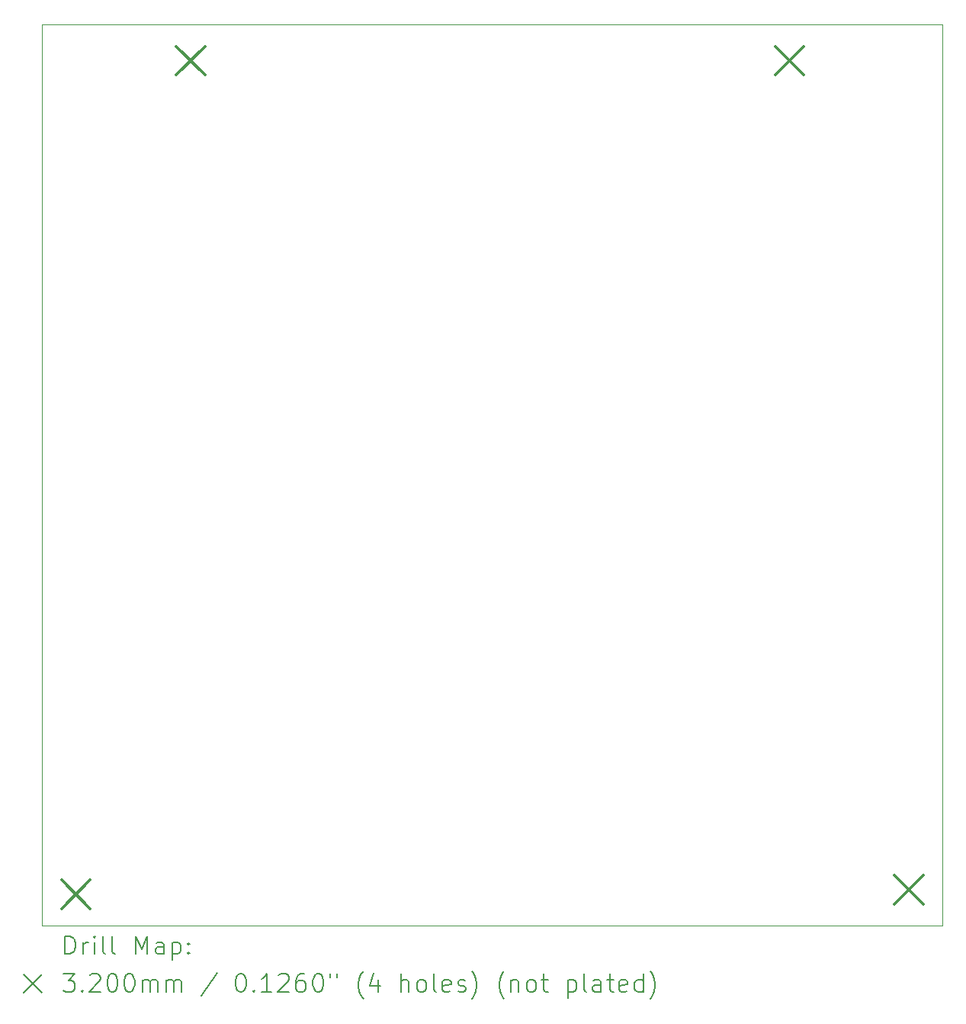
<source format=gbr>
%TF.GenerationSoftware,KiCad,Pcbnew,(6.0.10)*%
%TF.CreationDate,2023-03-01T13:20:10+01:00*%
%TF.ProjectId,Adapterboard,41646170-7465-4726-926f-6172642e6b69,2.3*%
%TF.SameCoordinates,Original*%
%TF.FileFunction,Drillmap*%
%TF.FilePolarity,Positive*%
%FSLAX45Y45*%
G04 Gerber Fmt 4.5, Leading zero omitted, Abs format (unit mm)*
G04 Created by KiCad (PCBNEW (6.0.10)) date 2023-03-01 13:20:10*
%MOMM*%
%LPD*%
G01*
G04 APERTURE LIST*
%ADD10C,0.050000*%
%ADD11C,0.200000*%
%ADD12C,0.320000*%
G04 APERTURE END LIST*
D10*
X3000000Y-3000000D02*
X13000000Y-3000000D01*
X13000000Y-3000000D02*
X13000000Y-13000000D01*
X13000000Y-13000000D02*
X3000000Y-13000000D01*
X3000000Y-13000000D02*
X3000000Y-3000000D01*
D11*
D12*
X3215000Y-12490000D02*
X3535000Y-12810000D01*
X3535000Y-12490000D02*
X3215000Y-12810000D01*
X4490000Y-3240000D02*
X4810000Y-3560000D01*
X4810000Y-3240000D02*
X4490000Y-3560000D01*
X11140000Y-3240000D02*
X11460000Y-3560000D01*
X11460000Y-3240000D02*
X11140000Y-3560000D01*
X12465000Y-12440000D02*
X12785000Y-12760000D01*
X12785000Y-12440000D02*
X12465000Y-12760000D01*
D11*
X3255119Y-13312976D02*
X3255119Y-13112976D01*
X3302738Y-13112976D01*
X3331309Y-13122500D01*
X3350357Y-13141548D01*
X3359881Y-13160595D01*
X3369405Y-13198690D01*
X3369405Y-13227262D01*
X3359881Y-13265357D01*
X3350357Y-13284405D01*
X3331309Y-13303452D01*
X3302738Y-13312976D01*
X3255119Y-13312976D01*
X3455119Y-13312976D02*
X3455119Y-13179643D01*
X3455119Y-13217738D02*
X3464643Y-13198690D01*
X3474167Y-13189167D01*
X3493214Y-13179643D01*
X3512262Y-13179643D01*
X3578928Y-13312976D02*
X3578928Y-13179643D01*
X3578928Y-13112976D02*
X3569405Y-13122500D01*
X3578928Y-13132024D01*
X3588452Y-13122500D01*
X3578928Y-13112976D01*
X3578928Y-13132024D01*
X3702738Y-13312976D02*
X3683690Y-13303452D01*
X3674167Y-13284405D01*
X3674167Y-13112976D01*
X3807500Y-13312976D02*
X3788452Y-13303452D01*
X3778928Y-13284405D01*
X3778928Y-13112976D01*
X4036071Y-13312976D02*
X4036071Y-13112976D01*
X4102738Y-13255833D01*
X4169405Y-13112976D01*
X4169405Y-13312976D01*
X4350357Y-13312976D02*
X4350357Y-13208214D01*
X4340833Y-13189167D01*
X4321786Y-13179643D01*
X4283690Y-13179643D01*
X4264643Y-13189167D01*
X4350357Y-13303452D02*
X4331310Y-13312976D01*
X4283690Y-13312976D01*
X4264643Y-13303452D01*
X4255119Y-13284405D01*
X4255119Y-13265357D01*
X4264643Y-13246309D01*
X4283690Y-13236786D01*
X4331310Y-13236786D01*
X4350357Y-13227262D01*
X4445595Y-13179643D02*
X4445595Y-13379643D01*
X4445595Y-13189167D02*
X4464643Y-13179643D01*
X4502738Y-13179643D01*
X4521786Y-13189167D01*
X4531310Y-13198690D01*
X4540833Y-13217738D01*
X4540833Y-13274881D01*
X4531310Y-13293928D01*
X4521786Y-13303452D01*
X4502738Y-13312976D01*
X4464643Y-13312976D01*
X4445595Y-13303452D01*
X4626548Y-13293928D02*
X4636071Y-13303452D01*
X4626548Y-13312976D01*
X4617024Y-13303452D01*
X4626548Y-13293928D01*
X4626548Y-13312976D01*
X4626548Y-13189167D02*
X4636071Y-13198690D01*
X4626548Y-13208214D01*
X4617024Y-13198690D01*
X4626548Y-13189167D01*
X4626548Y-13208214D01*
X2797500Y-13542500D02*
X2997500Y-13742500D01*
X2997500Y-13542500D02*
X2797500Y-13742500D01*
X3236071Y-13532976D02*
X3359881Y-13532976D01*
X3293214Y-13609167D01*
X3321786Y-13609167D01*
X3340833Y-13618690D01*
X3350357Y-13628214D01*
X3359881Y-13647262D01*
X3359881Y-13694881D01*
X3350357Y-13713928D01*
X3340833Y-13723452D01*
X3321786Y-13732976D01*
X3264643Y-13732976D01*
X3245595Y-13723452D01*
X3236071Y-13713928D01*
X3445595Y-13713928D02*
X3455119Y-13723452D01*
X3445595Y-13732976D01*
X3436071Y-13723452D01*
X3445595Y-13713928D01*
X3445595Y-13732976D01*
X3531309Y-13552024D02*
X3540833Y-13542500D01*
X3559881Y-13532976D01*
X3607500Y-13532976D01*
X3626548Y-13542500D01*
X3636071Y-13552024D01*
X3645595Y-13571071D01*
X3645595Y-13590119D01*
X3636071Y-13618690D01*
X3521786Y-13732976D01*
X3645595Y-13732976D01*
X3769405Y-13532976D02*
X3788452Y-13532976D01*
X3807500Y-13542500D01*
X3817024Y-13552024D01*
X3826548Y-13571071D01*
X3836071Y-13609167D01*
X3836071Y-13656786D01*
X3826548Y-13694881D01*
X3817024Y-13713928D01*
X3807500Y-13723452D01*
X3788452Y-13732976D01*
X3769405Y-13732976D01*
X3750357Y-13723452D01*
X3740833Y-13713928D01*
X3731309Y-13694881D01*
X3721786Y-13656786D01*
X3721786Y-13609167D01*
X3731309Y-13571071D01*
X3740833Y-13552024D01*
X3750357Y-13542500D01*
X3769405Y-13532976D01*
X3959881Y-13532976D02*
X3978928Y-13532976D01*
X3997976Y-13542500D01*
X4007500Y-13552024D01*
X4017024Y-13571071D01*
X4026548Y-13609167D01*
X4026548Y-13656786D01*
X4017024Y-13694881D01*
X4007500Y-13713928D01*
X3997976Y-13723452D01*
X3978928Y-13732976D01*
X3959881Y-13732976D01*
X3940833Y-13723452D01*
X3931309Y-13713928D01*
X3921786Y-13694881D01*
X3912262Y-13656786D01*
X3912262Y-13609167D01*
X3921786Y-13571071D01*
X3931309Y-13552024D01*
X3940833Y-13542500D01*
X3959881Y-13532976D01*
X4112262Y-13732976D02*
X4112262Y-13599643D01*
X4112262Y-13618690D02*
X4121786Y-13609167D01*
X4140833Y-13599643D01*
X4169405Y-13599643D01*
X4188452Y-13609167D01*
X4197976Y-13628214D01*
X4197976Y-13732976D01*
X4197976Y-13628214D02*
X4207500Y-13609167D01*
X4226548Y-13599643D01*
X4255119Y-13599643D01*
X4274167Y-13609167D01*
X4283690Y-13628214D01*
X4283690Y-13732976D01*
X4378929Y-13732976D02*
X4378929Y-13599643D01*
X4378929Y-13618690D02*
X4388452Y-13609167D01*
X4407500Y-13599643D01*
X4436071Y-13599643D01*
X4455119Y-13609167D01*
X4464643Y-13628214D01*
X4464643Y-13732976D01*
X4464643Y-13628214D02*
X4474167Y-13609167D01*
X4493214Y-13599643D01*
X4521786Y-13599643D01*
X4540833Y-13609167D01*
X4550357Y-13628214D01*
X4550357Y-13732976D01*
X4940833Y-13523452D02*
X4769405Y-13780595D01*
X5197976Y-13532976D02*
X5217024Y-13532976D01*
X5236071Y-13542500D01*
X5245595Y-13552024D01*
X5255119Y-13571071D01*
X5264643Y-13609167D01*
X5264643Y-13656786D01*
X5255119Y-13694881D01*
X5245595Y-13713928D01*
X5236071Y-13723452D01*
X5217024Y-13732976D01*
X5197976Y-13732976D01*
X5178929Y-13723452D01*
X5169405Y-13713928D01*
X5159881Y-13694881D01*
X5150357Y-13656786D01*
X5150357Y-13609167D01*
X5159881Y-13571071D01*
X5169405Y-13552024D01*
X5178929Y-13542500D01*
X5197976Y-13532976D01*
X5350357Y-13713928D02*
X5359881Y-13723452D01*
X5350357Y-13732976D01*
X5340833Y-13723452D01*
X5350357Y-13713928D01*
X5350357Y-13732976D01*
X5550357Y-13732976D02*
X5436071Y-13732976D01*
X5493214Y-13732976D02*
X5493214Y-13532976D01*
X5474167Y-13561548D01*
X5455119Y-13580595D01*
X5436071Y-13590119D01*
X5626548Y-13552024D02*
X5636071Y-13542500D01*
X5655119Y-13532976D01*
X5702738Y-13532976D01*
X5721786Y-13542500D01*
X5731309Y-13552024D01*
X5740833Y-13571071D01*
X5740833Y-13590119D01*
X5731309Y-13618690D01*
X5617024Y-13732976D01*
X5740833Y-13732976D01*
X5912262Y-13532976D02*
X5874167Y-13532976D01*
X5855119Y-13542500D01*
X5845595Y-13552024D01*
X5826548Y-13580595D01*
X5817024Y-13618690D01*
X5817024Y-13694881D01*
X5826548Y-13713928D01*
X5836071Y-13723452D01*
X5855119Y-13732976D01*
X5893214Y-13732976D01*
X5912262Y-13723452D01*
X5921786Y-13713928D01*
X5931309Y-13694881D01*
X5931309Y-13647262D01*
X5921786Y-13628214D01*
X5912262Y-13618690D01*
X5893214Y-13609167D01*
X5855119Y-13609167D01*
X5836071Y-13618690D01*
X5826548Y-13628214D01*
X5817024Y-13647262D01*
X6055119Y-13532976D02*
X6074167Y-13532976D01*
X6093214Y-13542500D01*
X6102738Y-13552024D01*
X6112262Y-13571071D01*
X6121786Y-13609167D01*
X6121786Y-13656786D01*
X6112262Y-13694881D01*
X6102738Y-13713928D01*
X6093214Y-13723452D01*
X6074167Y-13732976D01*
X6055119Y-13732976D01*
X6036071Y-13723452D01*
X6026548Y-13713928D01*
X6017024Y-13694881D01*
X6007500Y-13656786D01*
X6007500Y-13609167D01*
X6017024Y-13571071D01*
X6026548Y-13552024D01*
X6036071Y-13542500D01*
X6055119Y-13532976D01*
X6197976Y-13532976D02*
X6197976Y-13571071D01*
X6274167Y-13532976D02*
X6274167Y-13571071D01*
X6569405Y-13809167D02*
X6559881Y-13799643D01*
X6540833Y-13771071D01*
X6531309Y-13752024D01*
X6521786Y-13723452D01*
X6512262Y-13675833D01*
X6512262Y-13637738D01*
X6521786Y-13590119D01*
X6531309Y-13561548D01*
X6540833Y-13542500D01*
X6559881Y-13513928D01*
X6569405Y-13504405D01*
X6731309Y-13599643D02*
X6731309Y-13732976D01*
X6683690Y-13523452D02*
X6636071Y-13666309D01*
X6759881Y-13666309D01*
X6988452Y-13732976D02*
X6988452Y-13532976D01*
X7074167Y-13732976D02*
X7074167Y-13628214D01*
X7064643Y-13609167D01*
X7045595Y-13599643D01*
X7017024Y-13599643D01*
X6997976Y-13609167D01*
X6988452Y-13618690D01*
X7197976Y-13732976D02*
X7178928Y-13723452D01*
X7169405Y-13713928D01*
X7159881Y-13694881D01*
X7159881Y-13637738D01*
X7169405Y-13618690D01*
X7178928Y-13609167D01*
X7197976Y-13599643D01*
X7226548Y-13599643D01*
X7245595Y-13609167D01*
X7255119Y-13618690D01*
X7264643Y-13637738D01*
X7264643Y-13694881D01*
X7255119Y-13713928D01*
X7245595Y-13723452D01*
X7226548Y-13732976D01*
X7197976Y-13732976D01*
X7378928Y-13732976D02*
X7359881Y-13723452D01*
X7350357Y-13704405D01*
X7350357Y-13532976D01*
X7531309Y-13723452D02*
X7512262Y-13732976D01*
X7474167Y-13732976D01*
X7455119Y-13723452D01*
X7445595Y-13704405D01*
X7445595Y-13628214D01*
X7455119Y-13609167D01*
X7474167Y-13599643D01*
X7512262Y-13599643D01*
X7531309Y-13609167D01*
X7540833Y-13628214D01*
X7540833Y-13647262D01*
X7445595Y-13666309D01*
X7617024Y-13723452D02*
X7636071Y-13732976D01*
X7674167Y-13732976D01*
X7693214Y-13723452D01*
X7702738Y-13704405D01*
X7702738Y-13694881D01*
X7693214Y-13675833D01*
X7674167Y-13666309D01*
X7645595Y-13666309D01*
X7626548Y-13656786D01*
X7617024Y-13637738D01*
X7617024Y-13628214D01*
X7626548Y-13609167D01*
X7645595Y-13599643D01*
X7674167Y-13599643D01*
X7693214Y-13609167D01*
X7769405Y-13809167D02*
X7778928Y-13799643D01*
X7797976Y-13771071D01*
X7807500Y-13752024D01*
X7817024Y-13723452D01*
X7826548Y-13675833D01*
X7826548Y-13637738D01*
X7817024Y-13590119D01*
X7807500Y-13561548D01*
X7797976Y-13542500D01*
X7778928Y-13513928D01*
X7769405Y-13504405D01*
X8131309Y-13809167D02*
X8121786Y-13799643D01*
X8102738Y-13771071D01*
X8093214Y-13752024D01*
X8083690Y-13723452D01*
X8074167Y-13675833D01*
X8074167Y-13637738D01*
X8083690Y-13590119D01*
X8093214Y-13561548D01*
X8102738Y-13542500D01*
X8121786Y-13513928D01*
X8131309Y-13504405D01*
X8207500Y-13599643D02*
X8207500Y-13732976D01*
X8207500Y-13618690D02*
X8217024Y-13609167D01*
X8236071Y-13599643D01*
X8264643Y-13599643D01*
X8283690Y-13609167D01*
X8293214Y-13628214D01*
X8293214Y-13732976D01*
X8417024Y-13732976D02*
X8397976Y-13723452D01*
X8388452Y-13713928D01*
X8378928Y-13694881D01*
X8378928Y-13637738D01*
X8388452Y-13618690D01*
X8397976Y-13609167D01*
X8417024Y-13599643D01*
X8445595Y-13599643D01*
X8464643Y-13609167D01*
X8474167Y-13618690D01*
X8483690Y-13637738D01*
X8483690Y-13694881D01*
X8474167Y-13713928D01*
X8464643Y-13723452D01*
X8445595Y-13732976D01*
X8417024Y-13732976D01*
X8540833Y-13599643D02*
X8617024Y-13599643D01*
X8569405Y-13532976D02*
X8569405Y-13704405D01*
X8578929Y-13723452D01*
X8597976Y-13732976D01*
X8617024Y-13732976D01*
X8836071Y-13599643D02*
X8836071Y-13799643D01*
X8836071Y-13609167D02*
X8855119Y-13599643D01*
X8893214Y-13599643D01*
X8912262Y-13609167D01*
X8921786Y-13618690D01*
X8931310Y-13637738D01*
X8931310Y-13694881D01*
X8921786Y-13713928D01*
X8912262Y-13723452D01*
X8893214Y-13732976D01*
X8855119Y-13732976D01*
X8836071Y-13723452D01*
X9045595Y-13732976D02*
X9026548Y-13723452D01*
X9017024Y-13704405D01*
X9017024Y-13532976D01*
X9207500Y-13732976D02*
X9207500Y-13628214D01*
X9197976Y-13609167D01*
X9178929Y-13599643D01*
X9140833Y-13599643D01*
X9121786Y-13609167D01*
X9207500Y-13723452D02*
X9188452Y-13732976D01*
X9140833Y-13732976D01*
X9121786Y-13723452D01*
X9112262Y-13704405D01*
X9112262Y-13685357D01*
X9121786Y-13666309D01*
X9140833Y-13656786D01*
X9188452Y-13656786D01*
X9207500Y-13647262D01*
X9274167Y-13599643D02*
X9350357Y-13599643D01*
X9302738Y-13532976D02*
X9302738Y-13704405D01*
X9312262Y-13723452D01*
X9331310Y-13732976D01*
X9350357Y-13732976D01*
X9493214Y-13723452D02*
X9474167Y-13732976D01*
X9436071Y-13732976D01*
X9417024Y-13723452D01*
X9407500Y-13704405D01*
X9407500Y-13628214D01*
X9417024Y-13609167D01*
X9436071Y-13599643D01*
X9474167Y-13599643D01*
X9493214Y-13609167D01*
X9502738Y-13628214D01*
X9502738Y-13647262D01*
X9407500Y-13666309D01*
X9674167Y-13732976D02*
X9674167Y-13532976D01*
X9674167Y-13723452D02*
X9655119Y-13732976D01*
X9617024Y-13732976D01*
X9597976Y-13723452D01*
X9588452Y-13713928D01*
X9578929Y-13694881D01*
X9578929Y-13637738D01*
X9588452Y-13618690D01*
X9597976Y-13609167D01*
X9617024Y-13599643D01*
X9655119Y-13599643D01*
X9674167Y-13609167D01*
X9750357Y-13809167D02*
X9759881Y-13799643D01*
X9778929Y-13771071D01*
X9788452Y-13752024D01*
X9797976Y-13723452D01*
X9807500Y-13675833D01*
X9807500Y-13637738D01*
X9797976Y-13590119D01*
X9788452Y-13561548D01*
X9778929Y-13542500D01*
X9759881Y-13513928D01*
X9750357Y-13504405D01*
M02*

</source>
